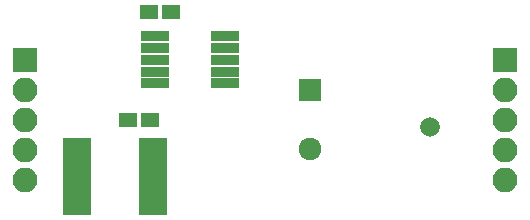
<source format=gbr>
%TF.GenerationSoftware,KiCad,Pcbnew,4.0.7*%
%TF.CreationDate,2017-10-08T11:45:17+09:00*%
%TF.ProjectId,TestBoard1,54657374426F617264312E6B69636164,rev?*%
%TF.FileFunction,Soldermask,Top*%
%FSLAX46Y46*%
G04 Gerber Fmt 4.6, Leading zero omitted, Abs format (unit mm)*
G04 Created by KiCad (PCBNEW 4.0.7) date 10/08/17 11:45:17*
%MOMM*%
%LPD*%
G01*
G04 APERTURE LIST*
%ADD10C,0.100000*%
%ADD11R,1.600000X1.150000*%
%ADD12R,2.100000X2.100000*%
%ADD13O,2.100000X2.100000*%
%ADD14C,1.670000*%
%ADD15R,1.924000X1.924000*%
%ADD16C,1.924000*%
%ADD17R,2.400000X0.700000*%
%ADD18R,2.400000X0.900000*%
G04 APERTURE END LIST*
D10*
D11*
X12302000Y-12980000D03*
X14202000Y-12980000D03*
X15980000Y-3836000D03*
X14080000Y-3836000D03*
D12*
X3600000Y-7900000D03*
D13*
X3600000Y-10440000D03*
X3600000Y-12980000D03*
X3600000Y-15520000D03*
X3600000Y-18060000D03*
D12*
X44240000Y-7900000D03*
D13*
X44240000Y-10440000D03*
X44240000Y-12980000D03*
X44240000Y-15520000D03*
X44240000Y-18060000D03*
D14*
X37890000Y-13615000D03*
D15*
X27730000Y-10480000D03*
D16*
X27730000Y-15480000D03*
D17*
X14470000Y-15475000D03*
X14470000Y-14825000D03*
X7970000Y-14825000D03*
X7970000Y-15475000D03*
X7970000Y-16125000D03*
X7970000Y-16775000D03*
X7970000Y-17425000D03*
X7970000Y-18075000D03*
X7970000Y-18725000D03*
X7970000Y-19375000D03*
X7970000Y-20025000D03*
X7970000Y-20675000D03*
X14470000Y-20675000D03*
X14470000Y-20025000D03*
X14470000Y-19375000D03*
X14470000Y-18725000D03*
X14470000Y-18075000D03*
X14470000Y-17425000D03*
X14470000Y-16775000D03*
X14470000Y-16125000D03*
D18*
X14570000Y-5900000D03*
X14570000Y-6900000D03*
X14570000Y-7900000D03*
X14570000Y-8900000D03*
X14570000Y-9900000D03*
X20570000Y-9900000D03*
X20570000Y-8900000D03*
X20570000Y-7900000D03*
X20570000Y-6900000D03*
X20570000Y-5900000D03*
M02*

</source>
